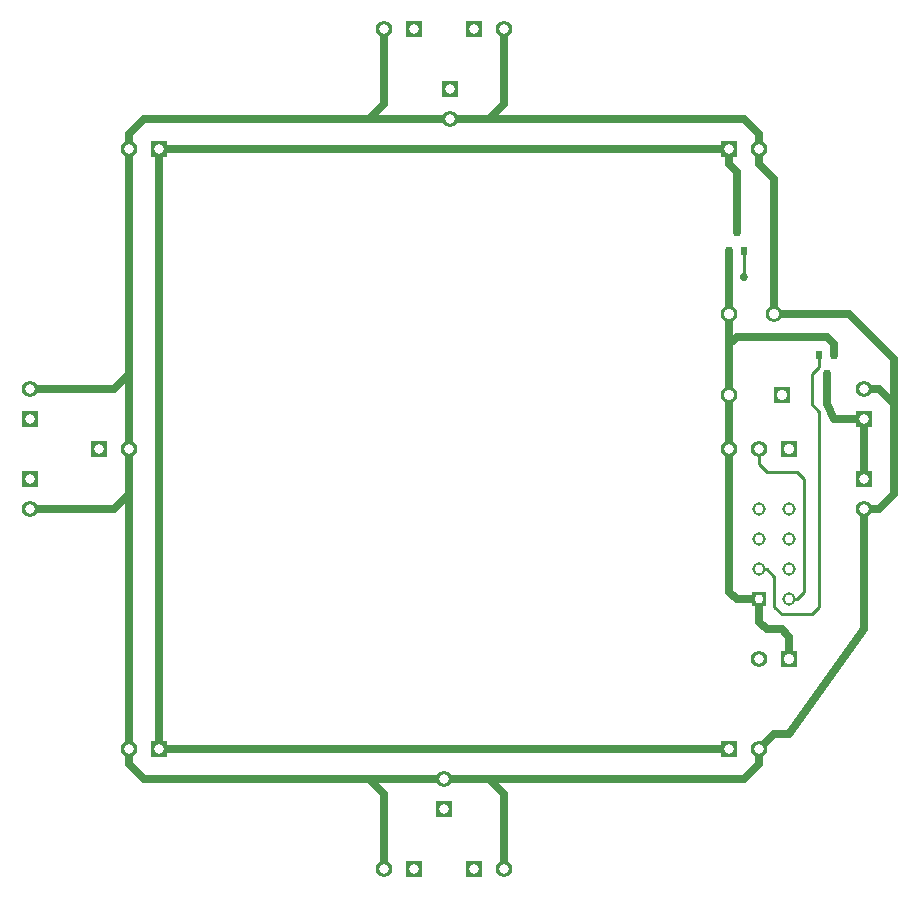
<source format=gbl>
G04 -- Generated By PCBWeb Designer*
%FSLAX24Y24*%
%MOIN*%
%OFA0B0*%
%SFA1.0B1.0*%
%AMROTRECT*21,1,$1,$2,0,0,$3*%
%AMROTOBLONG*1,1,$7,$1,$2*1,1,$7,$3,$4*21,1,$5,$6,0,0,$8*%
%ADD10C,0.025*%
%ADD11R,0.045X0.045*%
%ADD12C,0.03*%
%ADD13R,0.055X0.055*%
%ADD14C,0.045*%
%ADD15C,0.055*%
%ADD16C,0.01*%
%ADD17C,0.008*%
%ADD18C,0.024*%
%ADD19C,0.035*%
%ADD20R,0.065X0.065*%
%ADD21C,0.032*%
%ADD22C,0.065*%
%ADD23C,0.005*%
%ADD24C,0.021*%
%ADD25R,0.0591X0.0512*%
%ADD26R,0.0691X0.0612*%
%ADD27R,0.0236X0.0315*%
%ADD28R,0.0336X0.0415*%
%ADD29C,0.033*%
%ADD30C,0.033*%
%ADD31C,0.026*%
%ADD32C,0.015*%
%ADD33C,0.031*%
%ADD34C,0.0*%
%ADD35C,0.0275*%
G01*
%LNSTD*%
%LPD*%
G54D11*
X26000Y10500D03*
G54D14*
X27000Y10500D03*
X26000Y11500D03*
X27000Y11500D03*
X26000Y12500D03*
X27000Y12500D03*
X26000Y13500D03*
X27000Y13500D03*
G54D13*
X27000Y8500D03*
G54D15*
X26000Y8500D03*
G54D13*
X27000Y15500D03*
G54D15*
X26000Y15500D03*
X25000Y15500D03*
G54D27*
X28250Y18000D03*
X27994Y18630D03*
X28506Y18630D03*
X25250Y22750D03*
X25506Y22120D03*
X24994Y22120D03*
G54D13*
X25000Y25500D03*
G54D15*
X26000Y25500D03*
G54D13*
X6000Y5500D03*
G54D15*
X5000Y5500D03*
G54D13*
X25000Y5500D03*
G54D15*
X26000Y5500D03*
G54D13*
X16500Y1500D03*
G54D15*
X17500Y1500D03*
G54D13*
X14500Y29500D03*
G54D15*
X13500Y29500D03*
G54D13*
X29500Y16500D03*
G54D15*
X29500Y17500D03*
G54D13*
X1700Y14500D03*
G54D15*
X1700Y13500D03*
G54D13*
X26750Y17300D03*
G54D15*
X25000Y17300D03*
G54D13*
X14500Y1500D03*
G54D15*
X13500Y1500D03*
G54D13*
X29500Y14500D03*
G54D15*
X29500Y13500D03*
G54D13*
X1700Y16500D03*
G54D15*
X1700Y17500D03*
G54D13*
X16500Y29500D03*
G54D15*
X17500Y29500D03*
G54D13*
X6000Y25500D03*
G54D15*
X5000Y25500D03*
X26500Y20000D03*
X25000Y20000D03*
G54D13*
X4000Y15500D03*
G54D15*
X5000Y15500D03*
G54D13*
X15700Y27500D03*
G54D15*
X15700Y26500D03*
G54D13*
X15500Y3500D03*
G54D15*
X15500Y4500D03*
G54D10*
X25000Y20000D02*
X25000Y15500D01*
X28506Y18630D02*
X28506Y19000D01*
X28250Y19250D01*
X25250Y19250D01*
X25000Y19000D01*
X25000Y15500D02*
X25000Y10750D01*
X25250Y10500D01*
X26000Y10500D01*
X24994Y22120D02*
X24994Y20000D01*
X25000Y20000D01*
X26000Y10500D02*
X26000Y9750D01*
X26250Y9500D01*
X26750Y9500D01*
X27000Y9250D01*
X27000Y8500D01*
X27000Y8500D01*
X5000Y25500D02*
X5000Y26000D01*
X5500Y26500D01*
X25500Y26500D01*
X26000Y26000D01*
X26000Y25500D01*
X5000Y5500D02*
X5000Y25500D01*
X17500Y29500D02*
X17500Y27000D01*
X17000Y26500D01*
X29500Y17500D02*
X30000Y17500D01*
X30500Y17000D01*
X26500Y20000D02*
X29000Y20000D01*
X30500Y18500D01*
X30500Y14000D01*
X30000Y13500D01*
X29500Y13500D01*
X1700Y17500D02*
X4500Y17500D01*
X5000Y18000D01*
X13000Y26500D02*
X13500Y27000D01*
X13500Y29500D01*
X29500Y13500D02*
X29500Y9500D01*
X27000Y6000D01*
X26500Y6000D01*
X26000Y5500D01*
X17500Y1500D02*
X17500Y4000D01*
X17000Y4500D01*
X13000Y4500D02*
X13500Y4000D01*
X13500Y1500D01*
X26000Y25500D02*
X26000Y25000D01*
X26500Y24500D01*
X26500Y20000D01*
X26500Y20000D01*
X5000Y5500D02*
X5000Y5000D01*
X5500Y4500D01*
X25500Y4500D01*
X26000Y5000D01*
X26000Y5500D01*
X5000Y14000D02*
X4500Y13500D01*
X1700Y13500D01*
G54D16*
X25500Y22000D02*
X25500Y21250D01*
G54D35*
X25500Y21250D03*
G54D16*
X27000Y10500D02*
X27250Y10500D01*
X27500Y10750D01*
X27500Y14500D01*
X27250Y14750D01*
X26250Y14750D01*
X26000Y15000D01*
X26000Y15500D01*
X26000Y15500D01*
X26000Y11500D02*
X26250Y11500D01*
X26500Y11250D01*
X26500Y10250D01*
X26750Y10000D01*
X27750Y10000D01*
X27994Y10244D01*
X28000Y16750D01*
X27750Y17000D01*
X27750Y18000D01*
X27994Y18250D01*
X27994Y18630D01*
G54D10*
X25000Y25500D02*
X6000Y25500D01*
X6000Y5500D02*
X25000Y5500D01*
X25000Y5500D01*
X6000Y25500D02*
X6000Y5500D01*
X25250Y22750D02*
X25250Y24750D01*
X25000Y25000D01*
X25000Y25500D01*
X29500Y16500D02*
X29500Y14500D01*
X28250Y18000D02*
X28250Y17000D01*
X28500Y16500D01*
X29500Y16500D01*
%LNERASE*%
%LPC*%
G54D12*
X26000Y10500D03*
X27000Y10500D03*
X26000Y11500D03*
X27000Y11500D03*
X26000Y12500D03*
X27000Y12500D03*
X26000Y13500D03*
X27000Y13500D03*
G54D19*
X27000Y8500D03*
G54D21*
X26000Y8500D03*
G54D19*
X27000Y15500D03*
G54D21*
X26000Y15500D03*
X25000Y15500D03*
G54D29*
X25000Y25500D03*
G54D30*
X26000Y25500D03*
G54D29*
X6000Y5500D03*
G54D30*
X5000Y5500D03*
G54D29*
X25000Y5500D03*
G54D30*
X26000Y5500D03*
G54D29*
X16500Y1500D03*
G54D30*
X17500Y1500D03*
G54D29*
X14500Y29500D03*
G54D30*
X13500Y29500D03*
G54D29*
X29500Y16500D03*
G54D30*
X29500Y17500D03*
G54D29*
X1700Y14500D03*
G54D30*
X1700Y13500D03*
G54D19*
X26750Y17300D03*
X25000Y17300D03*
G54D29*
X14500Y1500D03*
G54D30*
X13500Y1500D03*
G54D29*
X29500Y14500D03*
G54D30*
X29500Y13500D03*
G54D29*
X1700Y16500D03*
G54D30*
X1700Y17500D03*
G54D29*
X16500Y29500D03*
G54D30*
X17500Y29500D03*
G54D29*
X6000Y25500D03*
G54D30*
X5000Y25500D03*
G54D19*
X26500Y20000D03*
X25000Y20000D03*
G54D29*
X4000Y15500D03*
G54D30*
X5000Y15500D03*
G54D29*
X15700Y27500D03*
G54D30*
X15700Y26500D03*
G54D29*
X15500Y3500D03*
G54D30*
X15500Y4500D03*
M02*

</source>
